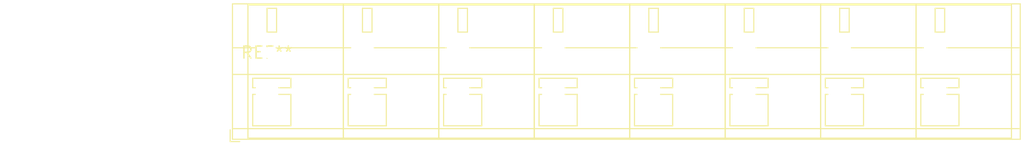
<source format=kicad_pcb>
(kicad_pcb (version 20240108) (generator pcbnew)
  (layers (0 "F.Cu" signal) (31 "B.Cu" signal) (34 "B.Paste" user) (35 "F.Paste" user) (36 "B.SilkS" user "B.Silkscreen") (37 "F.SilkS" user "F.Silkscreen") (38 "B.Mask" user) (39 "F.Mask" user) (44 "Edge.Cuts" user))
  (net 0 "")
  (footprint "TerminalBlock_WAGO_236-608_1x08_P10.00mm_45Degree" (layer "F.Cu") (at 0 0)
    (property "Reference" "REF**")
    (property "Value" "TerminalBlock_WAGO_236-608_1x08_P10.00mm_45Degree")
    (fp_line (start -3.86 8.12) (end -3.86 9.36) (layer "F.SilkS") (stroke (width 0.12)))
    (fp_line (start -3.86 9.36) (end -2.86 9.36) (layer "F.SilkS") (stroke (width 0.12)))
    (fp_line (start -3.62 -5.12) (end -3.62 9.12) (layer "F.SilkS") (stroke (width 0.12)))
    (fp_line (start -3.62 -5.12) (end 78.92 -5.12) (layer "F.SilkS") (stroke (width 0.12)))
    (fp_line (start -3.62 -0.5) (end -1.23 -0.5) (layer "F.SilkS") (stroke (width 0.12)))
    (fp_line (start -3.62 2.3) (end 78.92 2.3) (layer "F.SilkS") (stroke (width 0.12)))
    (fp_line (start -3.62 8) (end 78.92 8) (layer "F.SilkS") (stroke (width 0.12)))
    (fp_line (start -3.62 9.12) (end 78.92 9.12) (layer "F.SilkS") (stroke (width 0.12)))
    (fp_line (start -2 -5) (end -2 9) (layer "F.SilkS") (stroke (width 0.12)))
    (fp_line (start -2 -5) (end 8 -5) (layer "F.SilkS") (stroke (width 0.12)))
    (fp_line (start -2 9) (end 8 9) (layer "F.SilkS") (stroke (width 0.12)))
    (fp_line (start -1.5 2.7) (end -1.5 3.7) (layer "F.SilkS") (stroke (width 0.12)))
    (fp_line (start -1.5 2.7) (end 2.5 2.7) (layer "F.SilkS") (stroke (width 0.12)))
    (fp_line (start -1.5 3.7) (end -1.23 3.7) (layer "F.SilkS") (stroke (width 0.12)))
    (fp_line (start -1.5 4.4) (end -1.5 7.7) (layer "F.SilkS") (stroke (width 0.12)))
    (fp_line (start -1.5 4.4) (end -1.23 4.4) (layer "F.SilkS") (stroke (width 0.12)))
    (fp_line (start -1.5 7.7) (end 2.5 7.7) (layer "F.SilkS") (stroke (width 0.12)))
    (fp_line (start 0 -4.65) (end 0 -2.151) (layer "F.SilkS") (stroke (width 0.12)))
    (fp_line (start 0 -4.65) (end 1 -4.65) (layer "F.SilkS") (stroke (width 0.12)))
    (fp_line (start 0 -2.151) (end 1 -2.151) (layer "F.SilkS") (stroke (width 0.12)))
    (fp_line (start 1 -4.65) (end 1 -2.151) (layer "F.SilkS") (stroke (width 0.12)))
    (fp_line (start 1.23 -0.5) (end 8.77 -0.5) (layer "F.SilkS") (stroke (width 0.12)))
    (fp_line (start 1.23 3.7) (end 2.5 3.7) (layer "F.SilkS") (stroke (width 0.12)))
    (fp_line (start 1.23 4.4) (end 2.5 4.4) (layer "F.SilkS") (stroke (width 0.12)))
    (fp_line (start 2.5 2.7) (end 2.5 3.7) (layer "F.SilkS") (stroke (width 0.12)))
    (fp_line (start 2.5 4.4) (end 2.5 7.7) (layer "F.SilkS") (stroke (width 0.12)))
    (fp_line (start 8 -5) (end 8 9) (layer "F.SilkS") (stroke (width 0.12)))
    (fp_line (start 8 -5) (end 8 9) (layer "F.SilkS") (stroke (width 0.12)))
    (fp_line (start 8 -5) (end 18 -5) (layer "F.SilkS") (stroke (width 0.12)))
    (fp_line (start 8 9) (end 18 9) (layer "F.SilkS") (stroke (width 0.12)))
    (fp_line (start 8.5 2.7) (end 8.5 3.7) (layer "F.SilkS") (stroke (width 0.12)))
    (fp_line (start 8.5 2.7) (end 12.5 2.7) (layer "F.SilkS") (stroke (width 0.12)))
    (fp_line (start 8.5 3.7) (end 8.77 3.7) (layer "F.SilkS") (stroke (width 0.12)))
    (fp_line (start 8.5 4.4) (end 8.5 7.7) (layer "F.SilkS") (stroke (width 0.12)))
    (fp_line (start 8.5 4.4) (end 8.77 4.4) (layer "F.SilkS") (stroke (width 0.12)))
    (fp_line (start 8.5 7.7) (end 12.5 7.7) (layer "F.SilkS") (stroke (width 0.12)))
    (fp_line (start 10 -4.65) (end 10 -2.151) (layer "F.SilkS") (stroke (width 0.12)))
    (fp_line (start 10 -4.65) (end 11 -4.65) (layer "F.SilkS") (stroke (width 0.12)))
    (fp_line (start 10 -2.151) (end 11 -2.151) (layer "F.SilkS") (stroke (width 0.12)))
    (fp_line (start 11 -4.65) (end 11 -2.151) (layer "F.SilkS") (stroke (width 0.12)))
    (fp_line (start 11.23 -0.5) (end 18.77 -0.5) (layer "F.SilkS") (stroke (width 0.12)))
    (fp_line (start 11.23 3.7) (end 12.5 3.7) (layer "F.SilkS") (stroke (width 0.12)))
    (fp_line (start 11.23 4.4) (end 12.5 4.4) (layer "F.SilkS") (stroke (width 0.12)))
    (fp_line (start 12.5 2.7) (end 12.5 3.7) (layer "F.SilkS") (stroke (width 0.12)))
    (fp_line (start 12.5 4.4) (end 12.5 7.7) (layer "F.SilkS") (stroke (width 0.12)))
    (fp_line (start 18 -5) (end 18 9) (layer "F.SilkS") (stroke (width 0.12)))
    (fp_line (start 18 -5) (end 18 9) (layer "F.SilkS") (stroke (width 0.12)))
    (fp_line (start 18 -5) (end 28 -5) (layer "F.SilkS") (stroke (width 0.12)))
    (fp_line (start 18 9) (end 28 9) (layer "F.SilkS") (stroke (width 0.12)))
    (fp_line (start 18.5 2.7) (end 18.5 3.7) (layer "F.SilkS") (stroke (width 0.12)))
    (fp_line (start 18.5 2.7) (end 22.5 2.7) (layer "F.SilkS") (stroke (width 0.12)))
    (fp_line (start 18.5 3.7) (end 18.77 3.7) (layer "F.SilkS") (stroke (width 0.12)))
    (fp_line (start 18.5 4.4) (end 18.5 7.7) (layer "F.SilkS") (stroke (width 0.12)))
    (fp_line (start 18.5 4.4) (end 18.77 4.4) (layer "F.SilkS") (stroke (width 0.12)))
    (fp_line (start 18.5 7.7) (end 22.5 7.7) (layer "F.SilkS") (stroke (width 0.12)))
    (fp_line (start 20 -4.65) (end 20 -2.151) (layer "F.SilkS") (stroke (width 0.12)))
    (fp_line (start 20 -4.65) (end 21 -4.65) (layer "F.SilkS") (stroke (width 0.12)))
    (fp_line (start 20 -2.151) (end 21 -2.151) (layer "F.SilkS") (stroke (width 0.12)))
    (fp_line (start 21 -4.65) (end 21 -2.151) (layer "F.SilkS") (stroke (width 0.12)))
    (fp_line (start 21.23 -0.5) (end 28.77 -0.5) (layer "F.SilkS") (stroke (width 0.12)))
    (fp_line (start 21.23 3.7) (end 22.5 3.7) (layer "F.SilkS") (stroke (width 0.12)))
    (fp_line (start 21.23 4.4) (end 22.5 4.4) (layer "F.SilkS") (stroke (width 0.12)))
    (fp_line (start 22.5 2.7) (end 22.5 3.7) (layer "F.SilkS") (stroke (width 0.12)))
    (fp_line (start 22.5 4.4) (end 22.5 7.7) (layer "F.SilkS") (stroke (width 0.12)))
    (fp_line (start 28 -5) (end 28 9) (layer "F.SilkS") (stroke (width 0.12)))
    (fp_line (start 28 -5) (end 28 9) (layer "F.SilkS") (stroke (width 0.12)))
    (fp_line (start 28 -5) (end 38 -5) (layer "F.SilkS") (stroke (width 0.12)))
    (fp_line (start 28 9) (end 38 9) (layer "F.SilkS") (stroke (width 0.12)))
    (fp_line (start 28.5 2.7) (end 28.5 3.7) (layer "F.SilkS") (stroke (width 0.12)))
    (fp_line (start 28.5 2.7) (end 32.5 2.7) (layer "F.SilkS") (stroke (width 0.12)))
    (fp_line (start 28.5 3.7) (end 28.77 3.7) (layer "F.SilkS") (stroke (width 0.12)))
    (fp_line (start 28.5 4.4) (end 28.5 7.7) (layer "F.SilkS") (stroke (width 0.12)))
    (fp_line (start 28.5 4.4) (end 28.77 4.4) (layer "F.SilkS") (stroke (width 0.12)))
    (fp_line (start 28.5 7.7) (end 32.5 7.7) (layer "F.SilkS") (stroke (width 0.12)))
    (fp_line (start 30 -4.65) (end 30 -2.151) (layer "F.SilkS") (stroke (width 0.12)))
    (fp_line (start 30 -4.65) (end 31 -4.65) (layer "F.SilkS") (stroke (width 0.12)))
    (fp_line (start 30 -2.151) (end 31 -2.151) (layer "F.SilkS") (stroke (width 0.12)))
    (fp_line (start 31 -4.65) (end 31 -2.151) (layer "F.SilkS") (stroke (width 0.12)))
    (fp_line (start 31.23 -0.5) (end 38.77 -0.5) (layer "F.SilkS") (stroke (width 0.12)))
    (fp_line (start 31.23 3.7) (end 32.5 3.7) (layer "F.SilkS") (stroke (width 0.12)))
    (fp_line (start 31.23 4.4) (end 32.5 4.4) (layer "F.SilkS") (stroke (width 0.12)))
    (fp_line (start 32.5 2.7) (end 32.5 3.7) (layer "F.SilkS") (stroke (width 0.12)))
    (fp_line (start 32.5 4.4) (end 32.5 7.7) (layer "F.SilkS") (stroke (width 0.12)))
    (fp_line (start 38 -5) (end 38 9) (layer "F.SilkS") (stroke (width 0.12)))
    (fp_line (start 38 -5) (end 38 9) (layer "F.SilkS") (stroke (width 0.12)))
    (fp_line (start 38 -5) (end 48 -5) (layer "F.SilkS") (stroke (width 0.12)))
    (fp_line (start 38 9) (end 48 9) (layer "F.SilkS") (stroke (width 0.12)))
    (fp_line (start 38.5 2.7) (end 38.5 3.7) (layer "F.SilkS") (stroke (width 0.12)))
    (fp_line (start 38.5 2.7) (end 42.5 2.7) (layer "F.SilkS") (stroke (width 0.12)))
    (fp_line (start 38.5 3.7) (end 38.77 3.7) (layer "F.SilkS") (stroke (width 0.12)))
    (fp_line (start 38.5 4.4) (end 38.5 7.7) (layer "F.SilkS") (stroke (width 0.12)))
    (fp_line (start 38.5 4.4) (end 38.77 4.4) (layer "F.SilkS") (stroke (width 0.12)))
    (fp_line (start 38.5 7.7) (end 42.5 7.7) (layer "F.SilkS") (stroke (width 0.12)))
    (fp_line (start 40 -4.65) (end 40 -2.151) (layer "F.SilkS") (stroke (width 0.12)))
    (fp_line (start 40 -4.65) (end 41 -4.65) (layer "F.SilkS") (stroke (width 0.12)))
    (fp_line (start 40 -2.151) (end 41 -2.151) (layer "F.SilkS") (stroke (width 0.12)))
    (fp_line (start 41 -4.65) (end 41 -2.151) (layer "F.SilkS") (stroke (width 0.12)))
    (fp_line (start 41.23 -0.5) (end 48.77 -0.5) (layer "F.SilkS") (stroke (width 0.12)))
    (fp_line (start 41.23 3.7) (end 42.5 3.7) (layer "F.SilkS") (stroke (width 0.12)))
    (fp_line (start 41.23 4.4) (end 42.5 4.4) (layer "F.SilkS") (stroke (width 0.12)))
    (fp_line (start 42.5 2.7) (end 42.5 3.7) (layer "F.SilkS") (stroke (width 0.12)))
    (fp_line (start 42.5 4.4) (end 42.5 7.7) (layer "F.SilkS") (stroke (width 0.12)))
    (fp_line (start 48 -5) (end 48 9) (layer "F.SilkS") (stroke (width 0.12)))
    (fp_line (start 48 -5) (end 48 9) (layer "F.SilkS") (stroke (width 0.12)))
    (fp_line (start 48 -5) (end 58 -5) (layer "F.SilkS") (stroke (width 0.12)))
    (fp_line (start 48 9) (end 58 9) (layer "F.SilkS") (stroke (width 0.12)))
    (fp_line (start 48.5 2.7) (end 48.5 3.7) (layer "F.SilkS") (stroke (width 0.12)))
    (fp_line (start 48.5 2.7) (end 52.5 2.7) (layer "F.SilkS") (stroke (width 0.12)))
    (fp_line (start 48.5 3.7) (end 48.77 3.7) (layer "F.SilkS") (stroke (width 0.12)))
    (fp_line (start 48.5 4.4) (end 48.5 7.7) (layer "F.SilkS") (stroke (width 0.12)))
    (fp_line (start 48.5 4.4) (end 48.77 4.4) (layer "F.SilkS") (stroke (width 0.12)))
    (fp_line (start 48.5 7.7) (end 52.5 7.7) (layer "F.SilkS") (stroke (width 0.12)))
    (fp_line (start 50 -4.65) (end 50 -2.151) (layer "F.SilkS") (stroke (width 0.12)))
    (fp_line (start 50 -4.65) (end 51 -4.65) (layer "F.SilkS") (stroke (width 0.12)))
    (fp_line (start 50 -2.151) (end 51 -2.151) (layer "F.SilkS") (stroke (width 0.12)))
    (fp_line (start 51 -4.65) (end 51 -2.151) (layer "F.SilkS") (stroke (width 0.12)))
    (fp_line (start 51.23 -0.5) (end 58.77 -0.5) (layer "F.SilkS") (stroke (width 0.12)))
    (fp_line (start 51.23 3.7) (end 52.5 3.7) (layer "F.SilkS") (stroke (width 0.12)))
    (fp_line (start 51.23 4.4) (end 52.5 4.4) (layer "F.SilkS") (stroke (width 0.12)))
    (fp_line (start 52.5 2.7) (end 52.5 3.7) (layer "F.SilkS") (stroke (width 0.12)))
    (fp_line (start 52.5 4.4) (end 52.5 7.7) (layer "F.SilkS") (stroke (width 0.12)))
    (fp_line (start 58 -5) (end 58 9) (layer "F.SilkS") (stroke (width 0.12)))
    (fp_line (start 58 -5) (end 58 9) (layer "F.SilkS") (stroke (width 0.12)))
    (fp_line (start 58 -5) (end 68 -5) (layer "F.SilkS") (stroke (width 0.12)))
    (fp_line (start 58 9) (end 68 9) (layer "F.SilkS") (stroke (width 0.12)))
    (fp_line (start 58.5 2.7) (end 58.5 3.7) (layer "F.SilkS") (stroke (width 0.12)))
    (fp_line (start 58.5 2.7) (end 62.5 2.7) (layer "F.SilkS") (stroke (width 0.12)))
    (fp_line (start 58.5 3.7) (end 58.77 3.7) (layer "F.SilkS") (stroke (width 0.12)))
    (fp_line (start 58.5 4.4) (end 58.5 7.7) (layer "F.SilkS") (stroke (width 0.12)))
    (fp_line (start 58.5 4.4) (end 58.77 4.4) (layer "F.SilkS") (stroke (width 0.12)))
    (fp_line (start 58.5 7.7) (end 62.5 7.7) (layer "F.SilkS") (stroke (width 0.12)))
    (fp_line (start 60 -4.65) (end 60 -2.151) (layer "F.SilkS") (stroke (width 0.12)))
    (fp_line (start 60 -4.65) (end 61 -4.65) (layer "F.SilkS") (stroke (width 0.12)))
    (fp_line (start 60 -2.151) (end 61 -2.151) (layer "F.SilkS") (stroke (width 0.12)))
    (fp_line (start 61 -4.65) (end 61 -2.151) (layer "F.SilkS") (stroke (width 0.12)))
    (fp_line (start 61.23 -0.5) (end 68.77 -0.5) (layer "F.SilkS") (stroke (width 0.12)))
    (fp_line (start 61.23 3.7) (end 62.5 3.7) (layer "F.SilkS") (stroke (width 0.12)))
    (fp_line (start 61.23 4.4) (end 62.5 4.4) (layer "F.SilkS") (stroke (width 0.12)))
    (fp_line (start 62.5 2.7) (end 62.5 3.7) (layer "F.SilkS") (stroke (width 0.12)))
    (fp_line (start 62.5 4.4) (end 62.5 7.7) (layer "F.SilkS") (stroke (width 0.12)))
    (fp_line (start 68 -5) (end 68 9) (layer "F.SilkS") (stroke (width 0.12)))
    (fp_line (start 68 -5) (end 68 9) (layer "F.SilkS") (stroke (width 0.12)))
    (fp_line (start 68 -5) (end 78 -5) (layer "F.SilkS") (stroke (width 0.12)))
    (fp_line (start 68 9) (end 78 9) (layer "F.SilkS") (stroke (width 0.12)))
    (fp_line (start 68.5 2.7) (end 68.5 3.7) (layer "F.SilkS") (stroke (width 0.12)))
    (fp_line (start 68.5 2.7) (end 72.5 2.7) (layer "F.SilkS") (stroke (width 0.12)))
    (fp_line (start 68.5 3.7) (end 68.77 3.7) (layer "F.SilkS") (stroke (width 0.12)))
    (fp_line (start 68.5 4.4) (end 68.5 7.7) (layer "F.SilkS") (stroke (width 0.12)))
    (fp_line (start 68.5 4.4) (end 68.77 4.4) (layer "F.SilkS") (stroke (width 0.12)))
    (fp_line (start 68.5 7.7) (end 72.5 7.7) (layer "F.SilkS") (stroke (width 0.12)))
    (fp_line (start 70 -4.65) (end 70 -2.151) (layer "F.SilkS") (stroke (width 0.12)))
    (fp_line (start 70 -4.65) (end 71 -4.65) (layer "F.SilkS") (stroke (width 0.12)))
    (fp_line (start 70 -2.151) (end 71 -2.151) (layer "F.SilkS") (stroke (width 0.12)))
    (fp_line (start 71 -4.65) (end 71 -2.151) (layer "F.SilkS") (stroke (width 0.12)))
    (fp_line (start 71.23 -0.5) (end 78.92 -0.5) (layer "F.SilkS") (stroke (width 0.12)))
    (fp_line (start 71.23 3.7) (end 72.5 3.7) (layer "F.SilkS") (stroke (width 0.12)))
    (fp_line (start 71.23 4.4) (end 72.5 4.4) (layer "F.SilkS") (stroke (width 0.12)))
    (fp_line (start 72.5 2.7) (end 72.5 3.7) (layer "F.SilkS") (stroke (width 0.12)))
    (fp_line (start 72.5 4.4) (end 72.5 7.7) (layer "F.SilkS") (stroke (width 0.12)))
    (fp_line (start 78 -5) (end 78 9) (layer "F.SilkS") (stroke (width 0.12)))
    (fp_line (start 78.92 -5.12) (end 78.92 9.12) (layer "F.SilkS") (stroke (width 0.12)))
    (pad "1" thru_hole rect (at 0 0) (size 1.5 3) (drill 1.15) (layers *.Cu *.Mask) (remove_unused_layers))
    (pad "1" thru_hole rect (at 0 5) (size 1.5 3) (drill 1.15) (layers *.Cu *.Mask) (remove_unused_layers))
    (pad "2" thru_hole oval (at 10 0) (size 1.5 3) (drill 1.15) (layers *.Cu *.Mask) (remove_unused_layers))
    (pad "2" thru_hole oval (at 10 5) (size 1.5 3) (drill 1.15) (layers *.Cu *.Mask) (remove_unused_layers))
    (pad "3" thru_hole oval (at 20 0) (size 1.5 3) (drill 1.15) (layers *.Cu *.Mask) (remove_unused_layers))
    (pad "3" thru_hole oval (at 20 5) (size 1.5 3) (drill 1.15) (layers *.Cu *.Mask) (remove_unused_layers))
    (pad "4" thru_hole oval (at 30 0) (size 1.5 3) (drill 1.15) (layers *.Cu *.Mask) (remove_unused_layers))
    (pad "4" thru_hole oval (at 30 5) (size 1.5 3) (drill 1.15) (layers *.Cu *.Mask) (remove_unused_layers))
    (pad "5" thru_hole oval (at 40 0) (size 1.5 3) (drill 1.15) (layers *.Cu *.Mask) (remove_unused_layers))
    (pad "5" thru_hole oval (at 40 5) (size 1.5 3) (drill 1.15) (layers *.Cu *.Mask) (remove_unused_layers))
    (pad "6" thru_hole oval (at 50 0) (size 1.5 3) (drill 1.15) (layers *.Cu *.Mask) (remove_unused_layers))
    (pad "6" thru_hole oval (at 50 5) (size 1.5 3) (drill 1.15) (layers *.Cu *.Mask) (remove_unused_layers))
    (pad "7" thru_hole oval (at 60 0) (size 1.5 3) (drill 1.15) (layers *.Cu *.Mask) (remove_unused_layers))
    (pad "7" thru_hole oval (at 60 5) (size 1.5 3) (drill 1.15) (layers *.Cu *.Mask) (remove_unused_layers))
    (pad "8" thru_hole oval (at 70 0) (size 1.5 3) (drill 1.15) (layers *.Cu *.Mask) (remove_unused_layers))
    (pad "8" thru_hole oval (at 70 5) (size 1.5 3) (drill 1.15) (layers *.Cu *.Mask) (remove_unused_layers))
  )
)
</source>
